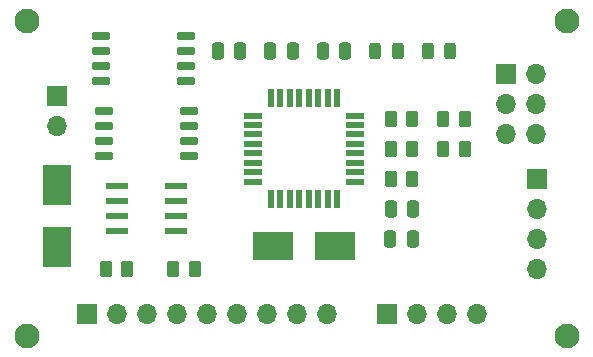
<source format=gts>
%TF.GenerationSoftware,KiCad,Pcbnew,9.0.0*%
%TF.CreationDate,2025-03-11T16:24:46+11:00*%
%TF.ProjectId,MCU Datalogger,4d435520-4461-4746-916c-6f676765722e,1*%
%TF.SameCoordinates,Original*%
%TF.FileFunction,Soldermask,Top*%
%TF.FilePolarity,Negative*%
%FSLAX46Y46*%
G04 Gerber Fmt 4.6, Leading zero omitted, Abs format (unit mm)*
G04 Created by KiCad (PCBNEW 9.0.0) date 2025-03-11 16:24:46*
%MOMM*%
%LPD*%
G01*
G04 APERTURE LIST*
G04 Aperture macros list*
%AMRoundRect*
0 Rectangle with rounded corners*
0 $1 Rounding radius*
0 $2 $3 $4 $5 $6 $7 $8 $9 X,Y pos of 4 corners*
0 Add a 4 corners polygon primitive as box body*
4,1,4,$2,$3,$4,$5,$6,$7,$8,$9,$2,$3,0*
0 Add four circle primitives for the rounded corners*
1,1,$1+$1,$2,$3*
1,1,$1+$1,$4,$5*
1,1,$1+$1,$6,$7*
1,1,$1+$1,$8,$9*
0 Add four rect primitives between the rounded corners*
20,1,$1+$1,$2,$3,$4,$5,0*
20,1,$1+$1,$4,$5,$6,$7,0*
20,1,$1+$1,$6,$7,$8,$9,0*
20,1,$1+$1,$8,$9,$2,$3,0*%
G04 Aperture macros list end*
%ADD10R,1.970000X0.590000*%
%ADD11R,1.700000X1.700000*%
%ADD12O,1.700000X1.700000*%
%ADD13RoundRect,0.250000X-0.250000X-0.475000X0.250000X-0.475000X0.250000X0.475000X-0.250000X0.475000X0*%
%ADD14C,2.100000*%
%ADD15RoundRect,0.250000X0.262500X0.450000X-0.262500X0.450000X-0.262500X-0.450000X0.262500X-0.450000X0*%
%ADD16RoundRect,0.250000X-0.262500X-0.450000X0.262500X-0.450000X0.262500X0.450000X-0.262500X0.450000X0*%
%ADD17RoundRect,0.243750X-0.243750X-0.456250X0.243750X-0.456250X0.243750X0.456250X-0.243750X0.456250X0*%
%ADD18RoundRect,0.150000X-0.650000X-0.150000X0.650000X-0.150000X0.650000X0.150000X-0.650000X0.150000X0*%
%ADD19R,3.500000X2.400000*%
%ADD20R,2.400000X3.500000*%
%ADD21R,1.500000X0.550000*%
%ADD22R,0.550000X1.500000*%
%ADD23RoundRect,0.250000X0.250000X0.475000X-0.250000X0.475000X-0.250000X-0.475000X0.250000X-0.475000X0*%
G04 APERTURE END LIST*
D10*
%TO.C,U1*%
X127700000Y-81280000D03*
X127700000Y-82550000D03*
X127700000Y-83820000D03*
X127700000Y-85090000D03*
X132650000Y-85090000D03*
X132650000Y-83820000D03*
X132650000Y-82550000D03*
X132650000Y-81280000D03*
%TD*%
D11*
%TO.C,J4*%
X160650000Y-71770000D03*
D12*
X163190000Y-71770000D03*
X160650000Y-74310000D03*
X163190000Y-74310000D03*
X160650000Y-76850000D03*
X163190000Y-76850000D03*
%TD*%
D11*
%TO.C,J2*%
X125105000Y-92075000D03*
D12*
X127645000Y-92075000D03*
X130185000Y-92075000D03*
X132725000Y-92075000D03*
X135265000Y-92075000D03*
X137805000Y-92075000D03*
X140345000Y-92075000D03*
X142885000Y-92075000D03*
X145425000Y-92075000D03*
%TD*%
D13*
%TO.C,C5*%
X145100000Y-69850000D03*
X147000000Y-69850000D03*
%TD*%
D14*
%TO.C,H3*%
X165735000Y-67310000D03*
%TD*%
D15*
%TO.C,R6*%
X157122500Y-78105000D03*
X155297500Y-78105000D03*
%TD*%
%TO.C,R7*%
X152677500Y-75565000D03*
X150852500Y-75565000D03*
%TD*%
D16*
%TO.C,R2*%
X132437500Y-88265000D03*
X134262500Y-88265000D03*
%TD*%
D17*
%TO.C,D2*%
X149557500Y-69850000D03*
X151432500Y-69850000D03*
%TD*%
D18*
%TO.C,U3*%
X126575000Y-74930000D03*
X126575000Y-76200000D03*
X126575000Y-77470000D03*
X126575000Y-78740000D03*
X133775000Y-78740000D03*
X133775000Y-77470000D03*
X133775000Y-76200000D03*
X133775000Y-74930000D03*
%TD*%
D13*
%TO.C,C4*%
X150835000Y-83185000D03*
X152735000Y-83185000D03*
%TD*%
D15*
%TO.C,R1*%
X128547500Y-88265000D03*
X126722500Y-88265000D03*
%TD*%
D19*
%TO.C,Y2*%
X140910000Y-86360000D03*
X146110000Y-86360000D03*
%TD*%
D20*
%TO.C,Y1*%
X122555000Y-86420000D03*
X122555000Y-81220000D03*
%TD*%
D13*
%TO.C,C2*%
X150815000Y-85725000D03*
X152715000Y-85725000D03*
%TD*%
D11*
%TO.C,J1*%
X163195000Y-80645000D03*
D12*
X163195000Y-83185000D03*
X163195000Y-85725000D03*
X163195000Y-88265000D03*
%TD*%
D15*
%TO.C,R3*%
X152677500Y-80645000D03*
X150852500Y-80645000D03*
%TD*%
D18*
%TO.C,U2*%
X126347500Y-68580000D03*
X126347500Y-69850000D03*
X126347500Y-71120000D03*
X126347500Y-72390000D03*
X133547500Y-72390000D03*
X133547500Y-71120000D03*
X133547500Y-69850000D03*
X133547500Y-68580000D03*
%TD*%
D11*
%TO.C,BT1*%
X122555000Y-73660000D03*
D12*
X122555000Y-76200000D03*
%TD*%
D15*
%TO.C,R4*%
X152677500Y-78105000D03*
X150852500Y-78105000D03*
%TD*%
D13*
%TO.C,C3*%
X140655000Y-69850000D03*
X142555000Y-69850000D03*
%TD*%
D16*
%TO.C,R5*%
X155297500Y-75565000D03*
X157122500Y-75565000D03*
%TD*%
D21*
%TO.C,U4*%
X139210000Y-75305000D03*
X139210000Y-76105000D03*
X139210000Y-76905000D03*
X139210000Y-77705000D03*
X139210000Y-78505000D03*
X139210000Y-79305000D03*
X139210000Y-80105000D03*
X139210000Y-80905000D03*
D22*
X140710000Y-82405000D03*
X141510000Y-82405000D03*
X142310000Y-82405000D03*
X143110000Y-82405000D03*
X143910000Y-82405000D03*
X144710000Y-82405000D03*
X145510000Y-82405000D03*
X146310000Y-82405000D03*
D21*
X147810000Y-80905000D03*
X147810000Y-80105000D03*
X147810000Y-79305000D03*
X147810000Y-78505000D03*
X147810000Y-77705000D03*
X147810000Y-76905000D03*
X147810000Y-76105000D03*
X147810000Y-75305000D03*
D22*
X146310000Y-73805000D03*
X145510000Y-73805000D03*
X144710000Y-73805000D03*
X143910000Y-73805000D03*
X143110000Y-73805000D03*
X142310000Y-73805000D03*
X141510000Y-73805000D03*
X140710000Y-73805000D03*
%TD*%
D14*
%TO.C,H4*%
X165735000Y-93980000D03*
%TD*%
D17*
%TO.C,D1*%
X154002500Y-69850000D03*
X155877500Y-69850000D03*
%TD*%
D14*
%TO.C,H2*%
X120015000Y-93980000D03*
%TD*%
D11*
%TO.C,J3*%
X150505000Y-92075000D03*
D12*
X153045000Y-92075000D03*
X155585000Y-92075000D03*
X158125000Y-92075000D03*
%TD*%
D23*
%TO.C,C1*%
X138110000Y-69850000D03*
X136210000Y-69850000D03*
%TD*%
D14*
%TO.C,H1*%
X120015000Y-67310000D03*
%TD*%
M02*

</source>
